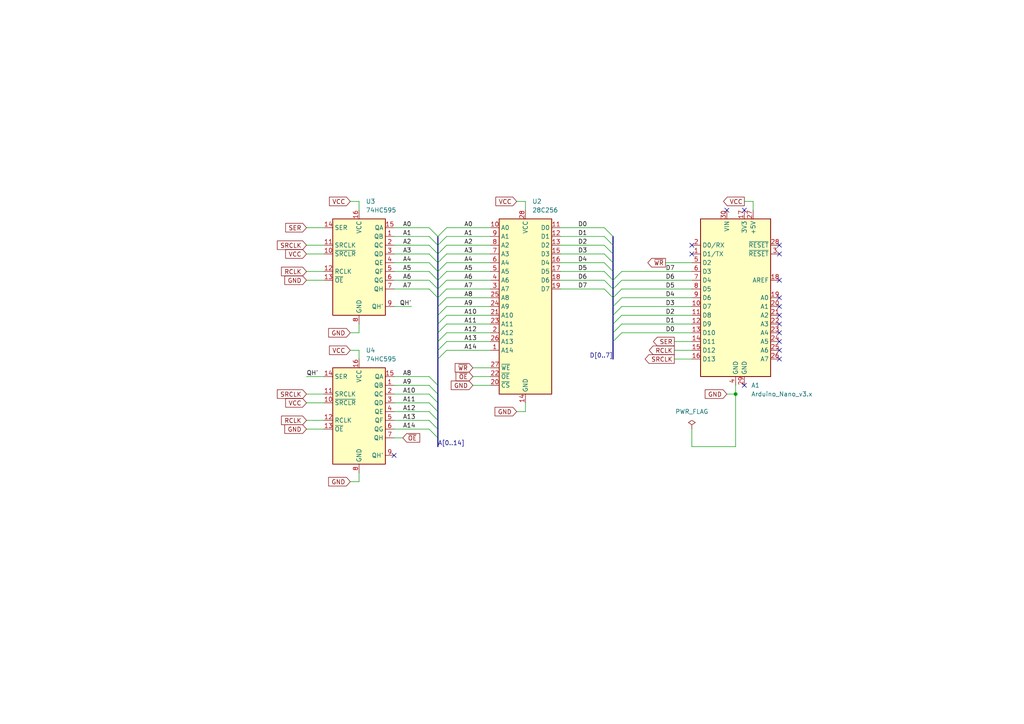
<source format=kicad_sch>
(kicad_sch (version 20230121) (generator eeschema)
  (paper "A4")
  (title_block (title "EEPROM Programmer") (date "2023-06-07") (company "Seyf Bennoune"))
  (lib_symbols
    (symbol "74xx:74HC595"
      (property "Reference" "U" (at -7.62 13.97 0))
      (property "Value" "74HC595" (at -7.62 -16.51 0))
      (symbol "74HC595_1_0"
        (pin tri_state line (at 10.16 7.62 180) (length 2.54) (name "QB") (number "1"))
        (pin input line (at -10.16 2.54 0) (length 2.54) (name "~{SRCLR}") (number "10"))
        (pin input line (at -10.16 5.08 0) (length 2.54) (name "SRCLK") (number "11"))
        (pin input line (at -10.16 -2.54 0) (length 2.54) (name "RCLK") (number "12"))
        (pin input line (at -10.16 -5.08 0) (length 2.54) (name "~{OE}") (number "13"))
        (pin input line (at -10.16 10.16 0) (length 2.54) (name "SER") (number "14"))
        (pin tri_state line (at 10.16 10.16 180) (length 2.54) (name "QA") (number "15"))
        (pin power_in line (at 0 15.24 270) (length 2.54) (name "VCC") (number "16"))
        (pin tri_state line (at 10.16 5.08 180) (length 2.54) (name "QC") (number "2"))
        (pin tri_state line (at 10.16 2.54 180) (length 2.54) (name "QD") (number "3"))
        (pin tri_state line (at 10.16 0 180) (length 2.54) (name "QE") (number "4"))
        (pin tri_state line (at 10.16 -2.54 180) (length 2.54) (name "QF") (number "5"))
        (pin tri_state line (at 10.16 -5.08 180) (length 2.54) (name "QG") (number "6"))
        (pin tri_state line (at 10.16 -7.62 180) (length 2.54) (name "QH") (number "7"))
        (pin power_in line (at 0 -17.78 90) (length 2.54) (name "GND") (number "8"))
        (pin output line (at 10.16 -12.7 180) (length 2.54) (name "QH'") (number "9"))
      )
      (symbol "74HC595_1_1"
        (rectangle (start -7.62 12.7) (end 7.62 -15.24) (stroke (width 0.254)) (fill (type background)))
      )
    )
    (symbol "MCU_Module:Arduino_Nano_v3.x"
      (property "Reference" "A" (at -10.16 23.495 0))
      (property "Value" "Arduino_Nano_v3.x" (at 5.08 -24.13 0))
      (symbol "Arduino_Nano_v3.x_0_1"
        (rectangle (start -10.16 22.86) (end 10.16 -22.86) (stroke (width 0.254)) (fill (type background)))
      )
      (symbol "Arduino_Nano_v3.x_1_1"
        (pin bidirectional line (at -12.7 12.7 0) (length 2.54) (name "D1/TX") (number "1"))
        (pin bidirectional line (at -12.7 -2.54 0) (length 2.54) (name "D7") (number "10"))
        (pin bidirectional line (at -12.7 -5.08 0) (length 2.54) (name "D8") (number "11"))
        (pin bidirectional line (at -12.7 -7.62 0) (length 2.54) (name "D9") (number "12"))
        (pin bidirectional line (at -12.7 -10.16 0) (length 2.54) (name "D10") (number "13"))
        (pin bidirectional line (at -12.7 -12.7 0) (length 2.54) (name "D11") (number "14"))
        (pin bidirectional line (at -12.7 -15.24 0) (length 2.54) (name "D12") (number "15"))
        (pin bidirectional line (at -12.7 -17.78 0) (length 2.54) (name "D13") (number "16"))
        (pin power_out line (at 2.54 25.4 270) (length 2.54) (name "3V3") (number "17"))
        (pin input line (at 12.7 5.08 180) (length 2.54) (name "AREF") (number "18"))
        (pin bidirectional line (at 12.7 0 180) (length 2.54) (name "A0") (number "19"))
        (pin bidirectional line (at -12.7 15.24 0) (length 2.54) (name "D0/RX") (number "2"))
        (pin bidirectional line (at 12.7 -2.54 180) (length 2.54) (name "A1") (number "20"))
        (pin bidirectional line (at 12.7 -5.08 180) (length 2.54) (name "A2") (number "21"))
        (pin bidirectional line (at 12.7 -7.62 180) (length 2.54) (name "A3") (number "22"))
        (pin bidirectional line (at 12.7 -10.16 180) (length 2.54) (name "A4") (number "23"))
        (pin bidirectional line (at 12.7 -12.7 180) (length 2.54) (name "A5") (number "24"))
        (pin bidirectional line (at 12.7 -15.24 180) (length 2.54) (name "A6") (number "25"))
        (pin bidirectional line (at 12.7 -17.78 180) (length 2.54) (name "A7") (number "26"))
        (pin power_out line (at 5.08 25.4 270) (length 2.54) (name "+5V") (number "27"))
        (pin input line (at 12.7 15.24 180) (length 2.54) (name "~{RESET}") (number "28"))
        (pin power_in line (at 2.54 -25.4 90) (length 2.54) (name "GND") (number "29"))
        (pin input line (at 12.7 12.7 180) (length 2.54) (name "~{RESET}") (number "3"))
        (pin power_in line (at -2.54 25.4 270) (length 2.54) (name "VIN") (number "30"))
        (pin power_in line (at 0 -25.4 90) (length 2.54) (name "GND") (number "4"))
        (pin bidirectional line (at -12.7 10.16 0) (length 2.54) (name "D2") (number "5"))
        (pin bidirectional line (at -12.7 7.62 0) (length 2.54) (name "D3") (number "6"))
        (pin bidirectional line (at -12.7 5.08 0) (length 2.54) (name "D4") (number "7"))
        (pin bidirectional line (at -12.7 2.54 0) (length 2.54) (name "D5") (number "8"))
        (pin bidirectional line (at -12.7 0 0) (length 2.54) (name "D6") (number "9"))
      )
    )
    (symbol "Memory_EEPROM:28C256"
      (property "Reference" "U" (at -7.62 26.67 0))
      (property "Value" "28C256" (at 2.54 -26.67 0))
      (symbol "28C256_1_1"
        (rectangle (start -7.62 25.4) (end 7.62 -25.4) (stroke (width 0.254)) (fill (type background)))
        (pin input line (at -10.16 -12.7 0) (length 2.54) (name "A14") (number "1"))
        (pin input line (at -10.16 22.86 0) (length 2.54) (name "A0") (number "10"))
        (pin tri_state line (at 10.16 22.86 180) (length 2.54) (name "D0") (number "11"))
        (pin tri_state line (at 10.16 20.32 180) (length 2.54) (name "D1") (number "12"))
        (pin tri_state line (at 10.16 17.78 180) (length 2.54) (name "D2") (number "13"))
        (pin power_in line (at 0 -27.94 90) (length 2.54) (name "GND") (number "14"))
        (pin tri_state line (at 10.16 15.24 180) (length 2.54) (name "D3") (number "15"))
        (pin tri_state line (at 10.16 12.7 180) (length 2.54) (name "D4") (number "16"))
        (pin tri_state line (at 10.16 10.16 180) (length 2.54) (name "D5") (number "17"))
        (pin tri_state line (at 10.16 7.62 180) (length 2.54) (name "D6") (number "18"))
        (pin tri_state line (at 10.16 5.08 180) (length 2.54) (name "D7") (number "19"))
        (pin input line (at -10.16 -7.62 0) (length 2.54) (name "A12") (number "2"))
        (pin input line (at -10.16 -22.86 0) (length 2.54) (name "~{CS}") (number "20"))
        (pin input line (at -10.16 -2.54 0) (length 2.54) (name "A10") (number "21"))
        (pin input line (at -10.16 -20.32 0) (length 2.54) (name "~{OE}") (number "22"))
        (pin input line (at -10.16 -5.08 0) (length 2.54) (name "A11") (number "23"))
        (pin input line (at -10.16 0 0) (length 2.54) (name "A9") (number "24"))
        (pin input line (at -10.16 2.54 0) (length 2.54) (name "A8") (number "25"))
        (pin input line (at -10.16 -10.16 0) (length 2.54) (name "A13") (number "26"))
        (pin input line (at -10.16 -17.78 0) (length 2.54) (name "~{WE}") (number "27"))
        (pin power_in line (at 0 27.94 270) (length 2.54) (name "VCC") (number "28"))
        (pin input line (at -10.16 5.08 0) (length 2.54) (name "A7") (number "3"))
        (pin input line (at -10.16 7.62 0) (length 2.54) (name "A6") (number "4"))
        (pin input line (at -10.16 10.16 0) (length 2.54) (name "A5") (number "5"))
        (pin input line (at -10.16 12.7 0) (length 2.54) (name "A4") (number "6"))
        (pin input line (at -10.16 15.24 0) (length 2.54) (name "A3") (number "7"))
        (pin input line (at -10.16 17.78 0) (length 2.54) (name "A2") (number "8"))
        (pin input line (at -10.16 20.32 0) (length 2.54) (name "A1") (number "9"))
      )
    )
    (symbol "power:PWR_FLAG" (power) (pin_numbers hide) (pin_names (offset 0) hide)
      (property "Value" "PWR_FLAG" (at 0 3.81 0))
      (symbol "PWR_FLAG_0_0"
        (pin power_out line (at 0 0 90) (length 0) (name "pwr") (number "1"))
      )
      (symbol "PWR_FLAG_0_1"
        (polyline (pts (xy 0 0) (xy 0 1.27) (xy -1.016 1.905) (xy 0 2.54) (xy 1.016 1.905) (xy 0 1.27)))
      )
    )
  )
  (junction (at 213.36 114.3))
  (no_connect (at 226.06 88.9))
  (no_connect (at 226.06 93.98))
  (no_connect (at 226.06 73.66))
  (no_connect (at 200.66 71.12))
  (no_connect (at 226.06 104.14))
  (no_connect (at 210.82 60.96))
  (no_connect (at 226.06 101.6))
  (no_connect (at 226.06 91.44))
  (no_connect (at 226.06 71.12))
  (no_connect (at 226.06 96.52))
  (no_connect (at 226.06 81.28))
  (no_connect (at 114.3 132.08))
  (no_connect (at 226.06 86.36))
  (no_connect (at 200.66 73.66))
  (no_connect (at 215.9 111.76))
  (no_connect (at 215.9 60.96))
  (no_connect (at 226.06 99.06))
  (bus_entry (at 124.46 81.28) (size 2.54 2.54))
  (bus_entry (at 127 96.52) (size 2.54 -2.54))
  (bus_entry (at 129.54 68.58) (size -2.54 2.54))
  (bus_entry (at 129.54 66.04) (size -2.54 2.54))
  (bus_entry (at 129.54 83.82) (size -2.54 2.54))
  (bus_entry (at 124.46 109.22) (size 2.54 2.54))
  (bus_entry (at 177.8 99.06) (size 2.54 -2.54))
  (bus_entry (at 175.26 76.2) (size 2.54 2.54))
  (bus_entry (at 175.26 81.28) (size 2.54 2.54))
  (bus_entry (at 180.34 83.82) (size -2.54 2.54))
  (bus_entry (at 124.46 119.38) (size 2.54 2.54))
  (bus_entry (at 175.26 71.12) (size 2.54 2.54))
  (bus_entry (at 127 93.98) (size 2.54 -2.54))
  (bus_entry (at 127 104.14) (size 2.54 -2.54))
  (bus_entry (at 177.8 96.52) (size 2.54 -2.54))
  (bus_entry (at 129.54 73.66) (size -2.54 2.54))
  (bus_entry (at 127 101.6) (size 2.54 -2.54))
  (bus_entry (at 175.26 68.58) (size 2.54 2.54))
  (bus_entry (at 124.46 116.84) (size 2.54 2.54))
  (bus_entry (at 177.8 93.98) (size 2.54 -2.54))
  (bus_entry (at 180.34 88.9) (size -2.54 2.54))
  (bus_entry (at 124.46 71.12) (size 2.54 2.54))
  (bus_entry (at 175.26 66.04) (size 2.54 2.54))
  (bus_entry (at 124.46 111.76) (size 2.54 2.54))
  (bus_entry (at 127 88.9) (size 2.54 -2.54))
  (bus_entry (at 180.34 81.28) (size -2.54 2.54))
  (bus_entry (at 177.8 81.28) (size 2.54 -2.54))
  (bus_entry (at 124.46 76.2) (size 2.54 2.54))
  (bus_entry (at 124.46 124.46) (size 2.54 2.54))
  (bus_entry (at 127 99.06) (size 2.54 -2.54))
  (bus_entry (at 124.46 73.66) (size 2.54 2.54))
  (bus_entry (at 175.26 83.82) (size 2.54 2.54))
  (bus_entry (at 124.46 66.04) (size 2.54 2.54))
  (bus_entry (at 124.46 83.82) (size 2.54 2.54))
  (bus_entry (at 129.54 78.74) (size -2.54 2.54))
  (bus_entry (at 129.54 81.28) (size -2.54 2.54))
  (bus_entry (at 124.46 68.58) (size 2.54 2.54))
  (bus_entry (at 129.54 76.2) (size -2.54 2.54))
  (bus_entry (at 127 91.44) (size 2.54 -2.54))
  (bus_entry (at 129.54 71.12) (size -2.54 2.54))
  (bus_entry (at 124.46 114.3) (size 2.54 2.54))
  (bus_entry (at 124.46 121.92) (size 2.54 2.54))
  (bus_entry (at 175.26 78.74) (size 2.54 2.54))
  (bus_entry (at 180.34 86.36) (size -2.54 2.54))
  (bus_entry (at 124.46 78.74) (size 2.54 2.54))
  (bus_entry (at 175.26 73.66) (size 2.54 2.54))
  (wire (pts (xy 193.04 76.2) (xy 200.66 76.2)))
  (bus (pts (xy 127 104.14) (xy 127 111.76)))
  (bus (pts (xy 127 127) (xy 127 129.54)))
  (wire (pts (xy 114.3 111.76) (xy 124.46 111.76)))
  (wire (pts (xy 129.54 96.52) (xy 142.24 96.52)))
  (wire (pts (xy 101.6 96.52) (xy 104.14 96.52)))
  (wire (pts (xy 210.82 114.3) (xy 213.36 114.3)))
  (wire (pts (xy 180.34 78.74) (xy 200.66 78.74)))
  (wire (pts (xy 114.3 119.38) (xy 124.46 119.38)))
  (wire (pts (xy 180.34 81.28) (xy 200.66 81.28)))
  (wire (pts (xy 104.14 58.42) (xy 104.14 60.96)))
  (wire (pts (xy 114.3 76.2) (xy 124.46 76.2)))
  (bus (pts (xy 127 91.44) (xy 127 93.98)))
  (wire (pts (xy 114.3 88.9) (xy 119.38 88.9)))
  (bus (pts (xy 127 99.06) (xy 127 101.6)))
  (wire (pts (xy 101.6 58.42) (xy 104.14 58.42)))
  (wire (pts (xy 114.3 121.92) (xy 124.46 121.92)))
  (wire (pts (xy 104.14 101.6) (xy 101.6 101.6)))
  (wire (pts (xy 129.54 93.98) (xy 142.24 93.98)))
  (bus (pts (xy 127 119.38) (xy 127 121.92)))
  (wire (pts (xy 114.3 68.58) (xy 124.46 68.58)))
  (wire (pts (xy 129.54 78.74) (xy 142.24 78.74)))
  (wire (pts (xy 149.86 119.38) (xy 152.4 119.38)))
  (wire (pts (xy 129.54 76.2) (xy 142.24 76.2)))
  (bus (pts (xy 177.8 93.98) (xy 177.8 96.52)))
  (wire (pts (xy 114.3 83.82) (xy 124.46 83.82)))
  (bus (pts (xy 127 78.74) (xy 127 81.28)))
  (wire (pts (xy 129.54 101.6) (xy 142.24 101.6)))
  (wire (pts (xy 180.34 96.52) (xy 200.66 96.52)))
  (wire (pts (xy 114.3 71.12) (xy 124.46 71.12)))
  (bus (pts (xy 177.8 88.9) (xy 177.8 91.44)))
  (bus (pts (xy 177.8 76.2) (xy 177.8 78.74)))
  (bus (pts (xy 127 124.46) (xy 127 127)))
  (bus (pts (xy 127 93.98) (xy 127 96.52)))
  (bus (pts (xy 177.8 78.74) (xy 177.8 81.28)))
  (bus (pts (xy 127 121.92) (xy 127 124.46)))
  (bus (pts (xy 127 81.28) (xy 127 83.82)))
  (bus (pts (xy 177.8 86.36) (xy 177.8 88.9)))
  (bus (pts (xy 127 68.58) (xy 127 71.12)))
  (bus (pts (xy 177.8 96.52) (xy 177.8 99.06)))
  (wire (pts (xy 129.54 73.66) (xy 142.24 73.66)))
  (wire (pts (xy 114.3 127) (xy 116.84 127)))
  (bus (pts (xy 177.8 81.28) (xy 177.8 83.82)))
  (wire (pts (xy 114.3 124.46) (xy 124.46 124.46)))
  (wire (pts (xy 162.56 73.66) (xy 175.26 73.66)))
  (wire (pts (xy 152.4 119.38) (xy 152.4 116.84)))
  (wire (pts (xy 162.56 68.58) (xy 175.26 68.58)))
  (bus (pts (xy 127 116.84) (xy 127 119.38)))
  (wire (pts (xy 215.9 58.42) (xy 218.44 58.42)))
  (wire (pts (xy 114.3 114.3) (xy 124.46 114.3)))
  (bus (pts (xy 127 76.2) (xy 127 78.74)))
  (bus (pts (xy 127 96.52) (xy 127 99.06)))
  (wire (pts (xy 129.54 99.06) (xy 142.24 99.06)))
  (wire (pts (xy 162.56 83.82) (xy 175.26 83.82)))
  (wire (pts (xy 114.3 109.22) (xy 124.46 109.22)))
  (wire (pts (xy 114.3 78.74) (xy 124.46 78.74)))
  (wire (pts (xy 162.56 81.28) (xy 175.26 81.28)))
  (bus (pts (xy 127 101.6) (xy 127 104.14)))
  (wire (pts (xy 104.14 96.52) (xy 104.14 93.98)))
  (wire (pts (xy 129.54 88.9) (xy 142.24 88.9)))
  (wire (pts (xy 162.56 76.2) (xy 175.26 76.2)))
  (wire (pts (xy 137.16 111.76) (xy 142.24 111.76)))
  (wire (pts (xy 88.9 124.46) (xy 93.98 124.46)))
  (bus (pts (xy 177.8 71.12) (xy 177.8 73.66)))
  (wire (pts (xy 218.44 58.42) (xy 218.44 60.96)))
  (wire (pts (xy 195.58 104.14) (xy 200.66 104.14)))
  (wire (pts (xy 180.34 88.9) (xy 200.66 88.9)))
  (bus (pts (xy 127 114.3) (xy 127 116.84)))
  (wire (pts (xy 137.16 109.22) (xy 142.24 109.22)))
  (wire (pts (xy 129.54 68.58) (xy 142.24 68.58)))
  (wire (pts (xy 180.34 86.36) (xy 200.66 86.36)))
  (wire (pts (xy 129.54 81.28) (xy 142.24 81.28)))
  (wire (pts (xy 88.9 81.28) (xy 93.98 81.28)))
  (wire (pts (xy 200.66 124.46) (xy 200.66 129.54)))
  (bus (pts (xy 177.8 83.82) (xy 177.8 86.36)))
  (wire (pts (xy 180.34 93.98) (xy 200.66 93.98)))
  (wire (pts (xy 162.56 66.04) (xy 175.26 66.04)))
  (wire (pts (xy 114.3 116.84) (xy 124.46 116.84)))
  (wire (pts (xy 162.56 71.12) (xy 175.26 71.12)))
  (wire (pts (xy 129.54 86.36) (xy 142.24 86.36)))
  (wire (pts (xy 213.36 129.54) (xy 213.36 114.3)))
  (wire (pts (xy 162.56 78.74) (xy 175.26 78.74)))
  (bus (pts (xy 127 73.66) (xy 127 76.2)))
  (wire (pts (xy 129.54 83.82) (xy 142.24 83.82)))
  (wire (pts (xy 88.9 121.92) (xy 93.98 121.92)))
  (wire (pts (xy 88.9 73.66) (xy 93.98 73.66)))
  (bus (pts (xy 177.8 68.58) (xy 177.8 71.12)))
  (wire (pts (xy 213.36 114.3) (xy 213.36 111.76)))
  (wire (pts (xy 114.3 81.28) (xy 124.46 81.28)))
  (wire (pts (xy 152.4 58.42) (xy 152.4 60.96)))
  (wire (pts (xy 149.86 58.42) (xy 152.4 58.42)))
  (bus (pts (xy 127 88.9) (xy 127 91.44)))
  (wire (pts (xy 88.9 116.84) (xy 93.98 116.84)))
  (wire (pts (xy 200.66 129.54) (xy 213.36 129.54)))
  (bus (pts (xy 127 71.12) (xy 127 73.66)))
  (wire (pts (xy 101.6 139.7) (xy 104.14 139.7)))
  (wire (pts (xy 180.34 91.44) (xy 200.66 91.44)))
  (wire (pts (xy 129.54 66.04) (xy 142.24 66.04)))
  (bus (pts (xy 127 111.76) (xy 127 114.3)))
  (wire (pts (xy 88.9 71.12) (xy 93.98 71.12)))
  (wire (pts (xy 137.16 106.68) (xy 142.24 106.68)))
  (bus (pts (xy 177.8 99.06) (xy 177.8 104.14)))
  (wire (pts (xy 129.54 91.44) (xy 142.24 91.44)))
  (wire (pts (xy 180.34 83.82) (xy 200.66 83.82)))
  (wire (pts (xy 114.3 73.66) (xy 124.46 73.66)))
  (bus (pts (xy 177.8 91.44) (xy 177.8 93.98)))
  (wire (pts (xy 129.54 71.12) (xy 142.24 71.12)))
  (wire (pts (xy 88.9 114.3) (xy 93.98 114.3)))
  (wire (pts (xy 104.14 104.14) (xy 104.14 101.6)))
  (wire (pts (xy 104.14 139.7) (xy 104.14 137.16)))
  (wire (pts (xy 195.58 99.06) (xy 200.66 99.06)))
  (wire (pts (xy 195.58 101.6) (xy 200.66 101.6)))
  (wire (pts (xy 114.3 66.04) (xy 124.46 66.04)))
  (wire (pts (xy 88.9 66.04) (xy 93.98 66.04)))
  (bus (pts (xy 127 83.82) (xy 127 86.36)))
  (wire (pts (xy 88.9 109.22) (xy 93.98 109.22)))
  (wire (pts (xy 88.9 78.74) (xy 93.98 78.74)))
  (bus (pts (xy 127 86.36) (xy 127 88.9)))
  (bus (pts (xy 177.8 73.66) (xy 177.8 76.2)))
  (label "A6" (at 116.84 81.28 0))
  (label "A1" (at 134.62 68.58 0))
  (label "A9" (at 134.62 88.9 0))
  (label "A7" (at 116.84 83.82 0))
  (label "D5" (at 193.04 83.82 0))
  (label "QH'" (at 88.9 109.22 0))
  (label "A12" (at 116.84 119.38 0))
  (label "A6" (at 134.62 81.28 0))
  (label "D4" (at 167.64 76.2 0))
  (label "D4" (at 193.04 86.36 0))
  (label "QH'" (at 119.38 88.9 180))
  (label "A11" (at 116.84 116.84 0))
  (label "A4" (at 116.84 76.2 0))
  (label "D2" (at 193.04 91.44 0))
  (label "A13" (at 116.84 121.92 0))
  (label "A11" (at 134.62 93.98 0))
  (label "A8" (at 134.62 86.36 0))
  (label "D6" (at 167.64 81.28 0))
  (label "A0" (at 134.62 66.04 0))
  (label "D3" (at 167.64 73.66 0))
  (label "A14" (at 116.84 124.46 0))
  (label "A12" (at 134.62 96.52 0))
  (label "A4" (at 134.62 76.2 0))
  (label "A7" (at 134.62 83.82 0))
  (label "A1" (at 116.84 68.58 0))
  (label "D3" (at 193.04 88.9 0))
  (label "A14" (at 134.62 101.6 0))
  (label "D1" (at 167.64 68.58 0))
  (label "A0" (at 116.84 66.04 0))
  (label "D7" (at 167.64 83.82 0))
  (label "A5" (at 134.62 78.74 0))
  (label "A8" (at 116.84 109.22 0))
  (label "A9" (at 116.84 111.76 0))
  (label "A3" (at 116.84 73.66 0))
  (label "A10" (at 116.84 114.3 0))
  (label "A[0..14]" (at 127 129.54 0))
  (label "D7" (at 193.04 78.74 0))
  (label "D6" (at 193.04 81.28 0))
  (label "D5" (at 167.64 78.74 0))
  (label "A2" (at 134.62 71.12 0))
  (label "A2" (at 116.84 71.12 0))
  (label "D0" (at 193.04 96.52 0))
  (label "A5" (at 116.84 78.74 0))
  (label "D2" (at 167.64 71.12 0))
  (label "A13" (at 134.62 99.06 0))
  (label "D0" (at 167.64 66.04 0))
  (label "A3" (at 134.62 73.66 0))
  (label "D1" (at 193.04 93.98 0))
  (label "A10" (at 134.62 91.44 0))
  (label "D[0..7]" (at 177.8 104.14 180))
  (global_label "GND" (shape input) (at 137.16 111.76 180) (property "Intersheetrefs" "${INTERSHEET_REFS}" (effects hide)))
  (global_label "SRCLK" (shape input) (at 88.9 114.3 180) (property "Intersheetrefs" "${INTERSHEET_REFS}" (effects hide)))
  (global_label "~{WR}" (shape input) (at 137.16 106.68 180) (property "Intersheetrefs" "${INTERSHEET_REFS}" (effects hide)))
  (global_label "~{OE}" (shape input) (at 137.16 109.22 180) (property "Intersheetrefs" "${INTERSHEET_REFS}" (effects hide)))
  (global_label "SRCLK" (shape input) (at 88.9 71.12 180) (property "Intersheetrefs" "${INTERSHEET_REFS}" (effects hide)))
  (global_label "VCC" (shape input) (at 101.6 101.6 180) (property "Intersheetrefs" "${INTERSHEET_REFS}" (effects hide)))
  (global_label "GND" (shape input) (at 149.86 119.38 180) (property "Intersheetrefs" "${INTERSHEET_REFS}" (effects hide)))
  (global_label "RCLK" (shape output) (at 195.58 101.6 180) (property "Intersheetrefs" "${INTERSHEET_REFS}" (effects hide)))
  (global_label "VCC" (shape input) (at 88.9 73.66 180) (property "Intersheetrefs" "${INTERSHEET_REFS}" (effects hide)))
  (global_label "VCC" (shape output) (at 215.9 58.42 180) (property "Intersheetrefs" "${INTERSHEET_REFS}" (effects hide)))
  (global_label "VCC" (shape input) (at 88.9 116.84 180) (property "Intersheetrefs" "${INTERSHEET_REFS}" (effects hide)))
  (global_label "~{OE}" (shape input) (at 116.84 127 0) (property "Intersheetrefs" "${INTERSHEET_REFS}" (effects hide)))
  (global_label "~{WR}" (shape output) (at 193.04 76.2 180) (property "Intersheetrefs" "${INTERSHEET_REFS}" (effects hide)))
  (global_label "RCLK" (shape input) (at 88.9 78.74 180) (property "Intersheetrefs" "${INTERSHEET_REFS}" (effects hide)))
  (global_label "GND" (shape input) (at 88.9 81.28 180) (property "Intersheetrefs" "${INTERSHEET_REFS}" (effects hide)))
  (global_label "RCLK" (shape input) (at 88.9 121.92 180) (property "Intersheetrefs" "${INTERSHEET_REFS}" (effects hide)))
  (global_label "SER" (shape output) (at 195.58 99.06 180) (property "Intersheetrefs" "${INTERSHEET_REFS}" (effects hide)))
  (global_label "GND" (shape input) (at 101.6 139.7 180) (property "Intersheetrefs" "${INTERSHEET_REFS}" (effects hide)))
  (global_label "SRCLK" (shape output) (at 195.58 104.14 180) (property "Intersheetrefs" "${INTERSHEET_REFS}" (effects hide)))
  (global_label "SER" (shape input) (at 88.9 66.04 180) (property "Intersheetrefs" "${INTERSHEET_REFS}" (effects hide)))
  (global_label "GND" (shape input) (at 88.9 124.46 180) (property "Intersheetrefs" "${INTERSHEET_REFS}" (effects hide)))
  (global_label "GND" (shape input) (at 101.6 96.52 180) (property "Intersheetrefs" "${INTERSHEET_REFS}" (effects hide)))
  (global_label "VCC" (shape input) (at 149.86 58.42 180) (property "Intersheetrefs" "${INTERSHEET_REFS}" (effects hide)))
  (global_label "VCC" (shape input) (at 101.6 58.42 180) (property "Intersheetrefs" "${INTERSHEET_REFS}" (effects hide)))
  (global_label "GND" (shape input) (at 210.82 114.3 180) (property "Intersheetrefs" "${INTERSHEET_REFS}" (effects hide)))
  (symbol (lib_id "MCU_Module:Arduino_Nano_v3.x") (at 213.36 86.36 0) (unit 1)
    (property "Reference" "A1" (at 217.8559 111.76 0) (effects (justify left)))
    (property "Value" "Arduino_Nano_v3.x" (at 217.8559 114.3 0) (effects (justify left)))
    (property "Footprint" "Module:Arduino_Nano" (effects hide))
    (property "Datasheet" "http://www.mouser.com/pdfdocs/Gravitech_Arduino_Nano3_0.pdf" (effects hide))
  )
  (symbol (lib_id "Memory_EEPROM:28C256") (at 152.4 88.9 0) (unit 1)
    (property "Reference" "U2" (at 154.3559 58.42 0) (effects (justify left)))
    (property "Value" "28C256" (at 154.3559 60.96 0) (effects (justify left)))
    (property "Footprint" "Package_DIP:DIP-28_W15.24mm" (effects hide))
    (property "Datasheet" "http://ww1.microchip.com/downloads/en/DeviceDoc/doc0006.pdf" (effects hide))
  )
  (symbol (lib_id "74xx:74HC595") (at 104.14 119.38 0) (unit 1)
    (property "Reference" "U4" (at 106.0959 101.6 0) (effects (justify left)))
    (property "Value" "74HC595" (at 106.0959 104.14 0) (effects (justify left)))
    (property "Footprint" "Package_DIP:DIP-16_W7.62mm_Socket" (effects hide))
    (property "Datasheet" "http://www.ti.com/lit/ds/symlink/sn74hc595.pdf" (effects hide))
  )
  (symbol (lib_id "power:PWR_FLAG") (at 200.66 124.46 0) (unit 1)
    (property "Reference" "#FLG01" (effects hide))
    (property "Value" "PWR_FLAG" (at 200.66 119.38 0))
  )
  (symbol (lib_id "74xx:74HC595") (at 104.14 76.2 0) (unit 1)
    (property "Reference" "U3" (at 106.0959 58.42 0) (effects (justify left)))
    (property "Value" "74HC595" (at 106.0959 60.96 0) (effects (justify left)))
    (property "Footprint" "Package_DIP:DIP-16_W7.62mm_Socket" (effects hide))
    (property "Datasheet" "http://www.ti.com/lit/ds/symlink/sn74hc595.pdf" (effects hide))
  )
)
</source>
